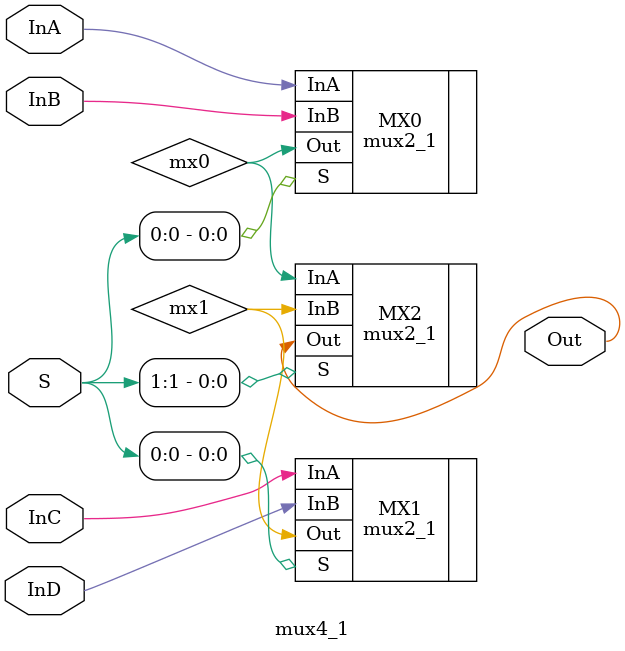
<source format=v>
module mux4_1(InA, InB, InC, InD, S, Out);
	input InA, InB, InC, InD;
	input [1:0] S;
	output Out;

	wire mx0, mx1;

	mux2_1 MX0 (.InA(InA), .InB(InB), .S(S[0]), .Out(mx0));
	mux2_1 MX1 (.InA(InC), .InB(InD), .S(S[0]), .Out(mx1));
	mux2_1 MX2 (.InA(mx0), .InB(mx1), .S(S[1]), .Out(Out));

endmodule


</source>
